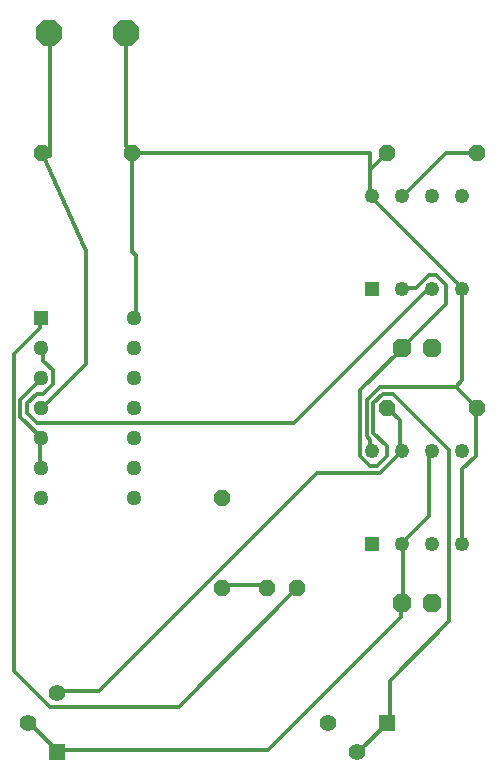
<source format=gbl>
G04 EAGLE Gerber RS-274X export*
G75*
%MOMM*%
%FSLAX34Y34*%
%LPD*%
%INBottom Copper*%
%IPPOS*%
%AMOC8*
5,1,8,0,0,1.08239X$1,22.5*%
G01*
%ADD10P,1.732040X8X22.500000*%
%ADD11P,1.429621X8X202.500000*%
%ADD12P,1.429621X8X112.500000*%
%ADD13P,1.429621X8X22.500000*%
%ADD14R,1.408000X1.408000*%
%ADD15C,1.408000*%
%ADD16R,1.278000X1.278000*%
%ADD17C,1.278000*%
%ADD18R,1.248000X1.248000*%
%ADD19C,1.248000*%
%ADD20P,2.336880X8X22.500000*%
%ADD21C,0.304800*%


D10*
X368300Y177800D03*
X393700Y177800D03*
X368300Y393700D03*
X393700Y393700D03*
D11*
X279400Y190500D03*
X254000Y190500D03*
D12*
X215900Y190500D03*
X215900Y266700D03*
D13*
X355600Y342900D03*
X431800Y342900D03*
D11*
X431800Y558800D03*
X355600Y558800D03*
X139700Y558800D03*
X63500Y558800D03*
D14*
X76200Y51200D03*
D15*
X51200Y76200D03*
X76200Y101200D03*
D14*
X355200Y76200D03*
D15*
X330200Y51200D03*
X305200Y76200D03*
D16*
X61900Y419100D03*
D17*
X61900Y393700D03*
X61900Y368300D03*
X61900Y342900D03*
X61900Y317500D03*
X61900Y292100D03*
X61900Y266700D03*
X141300Y266700D03*
X141300Y292100D03*
X141300Y317500D03*
X141300Y342900D03*
X141300Y368300D03*
X141300Y393700D03*
X141300Y419100D03*
D18*
X342900Y442900D03*
D19*
X368300Y442900D03*
X393700Y442900D03*
X419100Y442900D03*
X419100Y522300D03*
X393700Y522300D03*
X368300Y522300D03*
X342900Y522300D03*
D18*
X342900Y227000D03*
D19*
X368300Y227000D03*
X393700Y227000D03*
X419100Y227000D03*
X419100Y306400D03*
X393700Y306400D03*
X368300Y306400D03*
X342900Y306400D03*
D20*
X69088Y660400D03*
X134112Y660400D03*
D21*
X142494Y472186D02*
X142494Y419100D01*
X141300Y419100D01*
X139700Y474359D02*
X139700Y558800D01*
X139700Y474359D02*
X142494Y472186D01*
X340868Y544068D02*
X340868Y558800D01*
X340868Y544068D02*
X340868Y522478D01*
X342900Y522300D01*
X340868Y315722D02*
X340868Y307340D01*
X340868Y315722D02*
X338074Y318516D01*
X338074Y349250D01*
X349250Y360426D01*
X413512Y360426D01*
X430276Y343662D01*
X342900Y306400D02*
X340868Y307340D01*
X430276Y343662D02*
X431800Y342900D01*
X419100Y290576D02*
X419100Y227000D01*
X419100Y290576D02*
X430276Y301752D01*
X430276Y340868D01*
X431800Y342900D01*
X419100Y366014D02*
X419100Y442900D01*
X419100Y366014D02*
X413512Y360426D01*
X419100Y444246D02*
X343662Y519684D01*
X342900Y522300D01*
X419100Y444246D02*
X419100Y442900D01*
X134112Y564388D02*
X134112Y660400D01*
X134112Y564388D02*
X139700Y558800D01*
X340868Y558800D01*
X355600Y558800D02*
X340868Y544068D01*
X251460Y192786D02*
X217932Y192786D01*
X215900Y190500D01*
X251460Y192786D02*
X254000Y190500D01*
X100584Y379984D02*
X64262Y343662D01*
X100584Y379984D02*
X100584Y475361D01*
X64262Y343662D02*
X61900Y342900D01*
X100584Y475361D02*
X63500Y558800D01*
X69850Y555625D02*
X69850Y659384D01*
X63500Y558800D02*
X69850Y555625D01*
X69850Y659384D02*
X69088Y660400D01*
X64262Y391160D02*
X64262Y382778D01*
X72644Y374396D01*
X72644Y363220D01*
X64262Y354838D01*
X58674Y354838D01*
X50292Y346456D01*
X50292Y338074D01*
X58674Y329692D01*
X276606Y329692D01*
X391160Y444246D01*
X64262Y391160D02*
X61900Y393700D01*
X391160Y444246D02*
X393700Y442900D01*
X61468Y315722D02*
X61468Y293370D01*
X61900Y292100D01*
X61468Y315722D02*
X61900Y317500D01*
X44704Y349250D02*
X61468Y366014D01*
X44704Y349250D02*
X44704Y335280D01*
X61468Y318516D01*
X61468Y366014D02*
X61900Y368300D01*
X61468Y318516D02*
X61900Y317500D01*
X405130Y558800D02*
X431800Y558800D01*
X405130Y558800D02*
X368808Y522478D01*
X368300Y522300D01*
X354838Y75438D02*
X332486Y53086D01*
X330200Y51200D01*
X354838Y75438D02*
X355200Y76200D01*
X368808Y444246D02*
X379984Y444246D01*
X391160Y455422D01*
X396748Y455422D01*
X405130Y447040D01*
X405130Y430276D01*
X368808Y393954D01*
X368300Y442900D02*
X368808Y444246D01*
X368808Y393954D02*
X368300Y393700D01*
X357632Y111760D02*
X357632Y78232D01*
X357632Y111760D02*
X407924Y162052D01*
X407924Y307340D01*
X360426Y354838D01*
X352044Y354838D01*
X343662Y346456D01*
X343662Y321310D01*
X354838Y310134D01*
X354838Y301752D01*
X346456Y293370D01*
X340868Y293370D01*
X332486Y301752D01*
X332486Y357632D01*
X366014Y391160D01*
X357632Y78232D02*
X355200Y76200D01*
X366014Y391160D02*
X368300Y393700D01*
X366014Y332486D02*
X366014Y307340D01*
X366014Y332486D02*
X355600Y342900D01*
X366014Y307340D02*
X368300Y306400D01*
X111760Y103378D02*
X78232Y103378D01*
X111760Y103378D02*
X296164Y287782D01*
X349250Y287782D01*
X366014Y304546D01*
X78232Y103378D02*
X76200Y101200D01*
X366014Y304546D02*
X368300Y306400D01*
X75438Y53086D02*
X53086Y75438D01*
X51200Y76200D01*
X75438Y53086D02*
X76200Y51200D01*
X368808Y180340D02*
X368808Y226314D01*
X368300Y227000D01*
X368808Y180340D02*
X368300Y177800D01*
X391160Y251460D02*
X391160Y304546D01*
X391160Y251460D02*
X368808Y229108D01*
X391160Y304546D02*
X393700Y306400D01*
X368808Y229108D02*
X368300Y227000D01*
X254254Y53086D02*
X78232Y53086D01*
X254254Y53086D02*
X366967Y165799D01*
X78232Y53086D02*
X76200Y51200D01*
X366967Y165799D02*
X368300Y177800D01*
X61468Y410718D02*
X61468Y419100D01*
X61468Y410718D02*
X39116Y388366D01*
X39116Y120142D01*
X69850Y89408D01*
X178816Y89408D01*
X279400Y189992D01*
X61900Y419100D02*
X61468Y419100D01*
X279400Y190500D02*
X279400Y189992D01*
M02*

</source>
